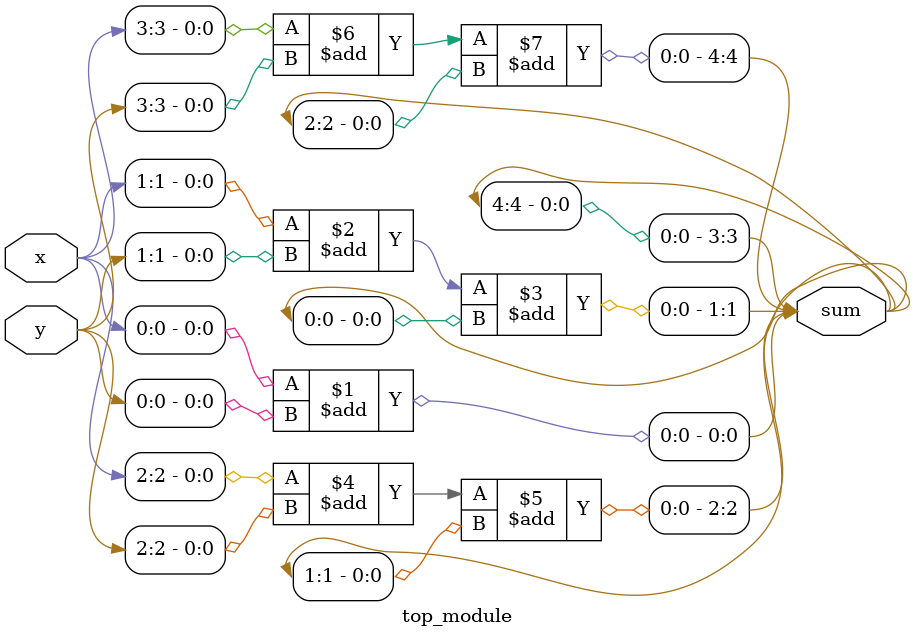
<source format=sv>
module top_module (
	input [3:0] x,
	input [3:0] y,
	output [4:0] sum
);

	assign sum[0] = x[0] + y[0]; // logic to add least significant bits
	assign sum[1] = x[1] + y[1] + sum[0]; // logic to add second least significant bits and carry
	assign sum[2] = x[2] + y[2] + sum[1]; // logic to add third least significant bits and carry
	assign sum[3] = x[3] + y[3] + sum[2]; // logic to add most significant bits and carry
	assign sum[4] = sum[3]; // assign the carry bit to the most significant bit of the sum

endmodule

</source>
